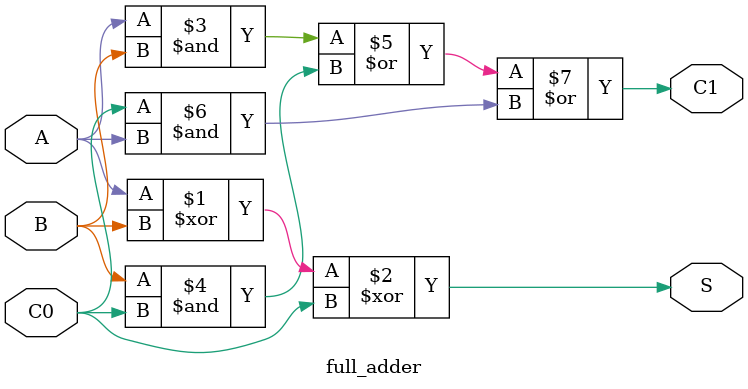
<source format=v>
module full_adder (
    A,B,C0,C1,S
);
    input A,B,C0;
    output C1,S;

    assign S=A^B^C0;
    assign C1=(A&B)|(B&C0)|(C0&A);
endmodule //full_adder
</source>
